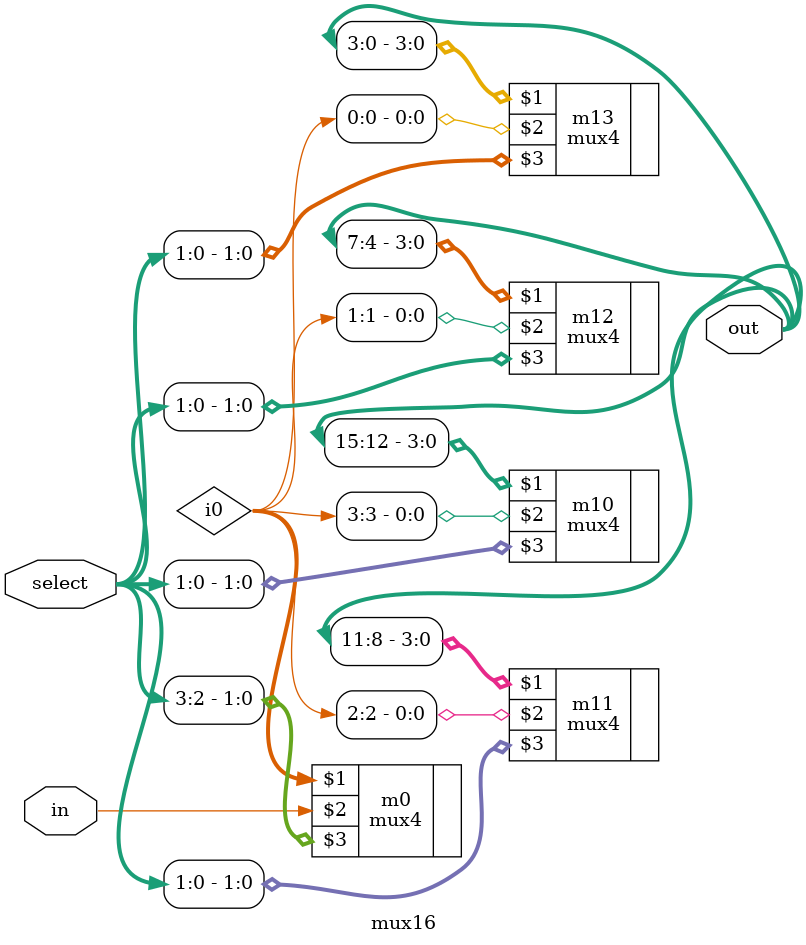
<source format=v>
module mux16(out, in, select);
	output[15:0] out;
	input[3:0] select;
	input in;
	
	// Interconnects
	wire[3:0] i0;
	
	// Layer 0
	mux4 m0(i0, in, select[3:2]);
	
	// Layer 1
	mux4 m10(out[15:12], i0[3], select[1:0]);
	mux4 m11(out[11:8], i0[2], select[1:0]);
	mux4 m12(out[7:4], i0[1], select[1:0]);
	mux4 m13(out[3:0], i0[0], select[1:0]);
endmodule
</source>
